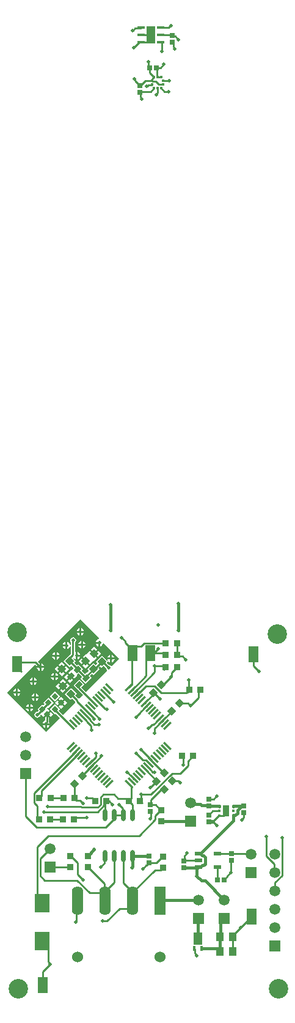
<source format=gbr>
%TF.GenerationSoftware,Altium Limited,Altium Designer,19.1.5 (86)*%
G04 Layer_Physical_Order=1*
G04 Layer_Color=255*
%FSLAX26Y26*%
%MOIN*%
%TF.FileFunction,Copper,L1,Top,Signal*%
%TF.Part,Single*%
G01*
G75*
%TA.AperFunction,SMDPad,CuDef*%
G04:AMPARAMS|DCode=10|XSize=35.433mil|YSize=33.465mil|CornerRadius=0mil|HoleSize=0mil|Usage=FLASHONLY|Rotation=45.000|XOffset=0mil|YOffset=0mil|HoleType=Round|Shape=Rectangle|*
%AMROTATEDRECTD10*
4,1,4,-0.000696,-0.024359,-0.024359,-0.000696,0.000696,0.024359,0.024359,0.000696,-0.000696,-0.024359,0.0*
%
%ADD10ROTATEDRECTD10*%

%ADD11P,0.038974X4X90.0*%
%ADD12P,0.035634X4X270.0*%
G04:AMPARAMS|DCode=13|XSize=35.433mil|YSize=33.465mil|CornerRadius=0mil|HoleSize=0mil|Usage=FLASHONLY|Rotation=135.000|XOffset=0mil|YOffset=0mil|HoleType=Round|Shape=Rectangle|*
%AMROTATEDRECTD13*
4,1,4,0.024359,-0.000696,0.000696,-0.024359,-0.024359,0.000696,-0.000696,0.024359,0.024359,-0.000696,0.0*
%
%ADD13ROTATEDRECTD13*%

G04:AMPARAMS|DCode=14|XSize=33.465mil|YSize=25.591mil|CornerRadius=0mil|HoleSize=0mil|Usage=FLASHONLY|Rotation=45.000|XOffset=0mil|YOffset=0mil|HoleType=Round|Shape=Rectangle|*
%AMROTATEDRECTD14*
4,1,4,-0.002784,-0.020879,-0.020879,-0.002784,0.002784,0.020879,0.020879,0.002784,-0.002784,-0.020879,0.0*
%
%ADD14ROTATEDRECTD14*%

%ADD15R,0.035433X0.033465*%
G04:AMPARAMS|DCode=16|XSize=11.811mil|YSize=55.118mil|CornerRadius=0mil|HoleSize=0mil|Usage=FLASHONLY|Rotation=225.000|XOffset=0mil|YOffset=0mil|HoleType=Round|Shape=Rectangle|*
%AMROTATEDRECTD16*
4,1,4,-0.015311,0.023663,0.023663,-0.015311,0.015311,-0.023663,-0.023663,0.015311,-0.015311,0.023663,0.0*
%
%ADD16ROTATEDRECTD16*%

G04:AMPARAMS|DCode=17|XSize=11.811mil|YSize=55.118mil|CornerRadius=0mil|HoleSize=0mil|Usage=FLASHONLY|Rotation=135.000|XOffset=0mil|YOffset=0mil|HoleType=Round|Shape=Rectangle|*
%AMROTATEDRECTD17*
4,1,4,0.023663,0.015311,-0.015311,-0.023663,-0.023663,-0.015311,0.015311,0.023663,0.023663,0.015311,0.0*
%
%ADD17ROTATEDRECTD17*%

%ADD18R,0.033465X0.035433*%
%ADD19R,0.025197X0.025197*%
%ADD20R,0.017716X0.011811*%
%ADD21R,0.035039X0.062992*%
%ADD22R,0.043307X0.023622*%
%ADD23O,0.025591X0.064961*%
%ADD24R,0.013780X0.014961*%
%ADD25R,0.050394X0.094488*%
%ADD26R,0.039370X0.015748*%
%ADD27R,0.055118X0.086614*%
%ADD28R,0.078740X0.098425*%
%ADD29R,0.015748X0.025591*%
%ADD30R,0.049213X0.070866*%
%ADD31O,0.062992X0.157480*%
%ADD32R,0.062992X0.157480*%
%ADD33R,0.025197X0.025197*%
%ADD34R,0.041339X0.051181*%
%TA.AperFunction,Conductor*%
%ADD35C,0.017000*%
%ADD36C,0.010000*%
%TA.AperFunction,ComponentPad*%
%ADD37R,0.059055X0.059055*%
%ADD38C,0.059055*%
%ADD39C,0.060000*%
%TA.AperFunction,ViaPad*%
%ADD40C,0.020000*%
%ADD41C,0.106299*%
G36*
X3766608Y3267110D02*
X3764962Y3261685D01*
X3760514Y3260800D01*
X3753898Y3256379D01*
X3749477Y3249764D01*
X3748920Y3246960D01*
X3768317D01*
Y3241960D01*
X3773317D01*
Y3222563D01*
X3776121Y3223120D01*
X3782736Y3227541D01*
X3787157Y3234157D01*
X3788042Y3238605D01*
X3793467Y3240251D01*
X3877335Y3156383D01*
X3836706Y3115754D01*
X3831730Y3116244D01*
X3831535Y3116535D01*
X3826243Y3120072D01*
X3820000Y3121314D01*
X3819623Y3121238D01*
X3808080Y3132781D01*
X3813717Y3138419D01*
X3814595Y3139178D01*
X3818822Y3140563D01*
X3823955Y3137134D01*
X3826758Y3136576D01*
Y3150973D01*
X3812361D01*
X3812919Y3148170D01*
X3813879Y3146732D01*
X3809996Y3143545D01*
X3782271Y3171269D01*
X3748731Y3137729D01*
X3756874Y3129585D01*
X3747915Y3120626D01*
X3737271Y3131269D01*
X3703731Y3097729D01*
X3711874Y3089585D01*
X3699719Y3077430D01*
X3697784Y3079364D01*
X3689640Y3071221D01*
X3670287Y3090575D01*
X3678430Y3098718D01*
X3651850Y3125298D01*
X3645281Y3118730D01*
X3631276Y3132736D01*
X3639419Y3140879D01*
X3624505Y3155793D01*
X3625045Y3156935D01*
X3630619Y3157537D01*
X3630813Y3157435D01*
X3637269Y3153120D01*
X3640073Y3152563D01*
Y3171960D01*
Y3191557D01*
X3635289Y3195032D01*
Y3242631D01*
X3636535Y3243465D01*
X3640072Y3248757D01*
X3641314Y3255000D01*
X3640072Y3261243D01*
X3636535Y3266535D01*
X3631243Y3270072D01*
X3625000Y3271314D01*
X3618757Y3270072D01*
X3613465Y3266535D01*
X3609928Y3261243D01*
X3608686Y3255000D01*
X3609928Y3248757D01*
X3612858Y3244373D01*
Y3230976D01*
X3607858Y3230484D01*
X3607006Y3234764D01*
X3602586Y3241379D01*
X3595970Y3245800D01*
X3593167Y3246357D01*
Y3226960D01*
Y3207563D01*
X3595970Y3208120D01*
X3602586Y3212541D01*
X3607006Y3219157D01*
X3607858Y3223436D01*
X3612858Y3222944D01*
Y3181703D01*
X3597948Y3166794D01*
X3597334Y3165874D01*
X3573731Y3142271D01*
X3607271Y3108731D01*
X3615415Y3116874D01*
X3629420Y3102869D01*
X3620631Y3094080D01*
X3614851Y3092789D01*
X3614267Y3093373D01*
X3598900Y3078006D01*
X3615019Y3061887D01*
X3631138Y3045769D01*
X3646505Y3061136D01*
X3645921Y3061719D01*
X3646282Y3066570D01*
X3647212Y3067500D01*
X3654425Y3074713D01*
X3673779Y3055360D01*
X3665636Y3047216D01*
X3692216Y3020636D01*
X3724364Y3052784D01*
X3715580Y3061568D01*
X3727736Y3073724D01*
X3735879Y3065581D01*
X3769419Y3099121D01*
X3763776Y3104764D01*
X3772736Y3113724D01*
X3780879Y3105581D01*
X3792219Y3116920D01*
X3803762Y3105377D01*
X3803686Y3105000D01*
X3804928Y3098757D01*
X3808465Y3093465D01*
X3808756Y3093270D01*
X3809246Y3088294D01*
X3694762Y2973810D01*
X3670076Y2998496D01*
X3686782Y3015201D01*
X3660201Y3041782D01*
X3628053Y3009634D01*
X3646089Y2991598D01*
X3646703Y2990679D01*
X3648416Y2988966D01*
X3649487Y2987363D01*
X3678901Y2957949D01*
X3658816Y2937864D01*
X3652371Y2938490D01*
X3635580Y2955281D01*
X3644419Y2964121D01*
X3612271Y2996269D01*
X3578731Y2962729D01*
X3610879Y2930581D01*
X3619719Y2939420D01*
X3635250Y2923889D01*
Y2922729D01*
X3635250Y2922729D01*
X3636104Y2918437D01*
X3637419Y2916468D01*
X3569487Y2848535D01*
X3545497Y2872525D01*
X3552972Y2880000D01*
X3525000Y2907972D01*
X3497028Y2880000D01*
X3525000Y2852028D01*
X3529636Y2856664D01*
X3553626Y2832674D01*
X3477335Y2756383D01*
X3264258Y2969460D01*
X3417528Y3122730D01*
X3425897Y3114362D01*
X3441758D01*
Y3130223D01*
X3433390Y3138592D01*
X3664258Y3369460D01*
X3766608Y3267110D01*
D02*
G37*
%LPC*%
G36*
X3668718Y3321357D02*
Y3306960D01*
X3683115D01*
X3682557Y3309764D01*
X3678137Y3316379D01*
X3671521Y3320800D01*
X3668718Y3321357D01*
D02*
G37*
G36*
X3658718D02*
X3655914Y3320800D01*
X3649299Y3316379D01*
X3644878Y3309764D01*
X3644321Y3306960D01*
X3658718D01*
Y3321357D01*
D02*
G37*
G36*
X3683115Y3296960D02*
X3668718D01*
Y3282563D01*
X3671521Y3283120D01*
X3678137Y3287541D01*
X3682557Y3294157D01*
X3683115Y3296960D01*
D02*
G37*
G36*
X3658718D02*
X3644321D01*
X3644878Y3294157D01*
X3649299Y3287541D01*
X3655914Y3283120D01*
X3658718Y3282563D01*
Y3296960D01*
D02*
G37*
G36*
X3677912Y3251357D02*
Y3236960D01*
X3692309D01*
X3691752Y3239764D01*
X3687331Y3246379D01*
X3680716Y3250800D01*
X3677912Y3251357D01*
D02*
G37*
G36*
X3667912D02*
X3665108Y3250800D01*
X3658493Y3246379D01*
X3654072Y3239764D01*
X3653515Y3236960D01*
X3667912D01*
Y3251357D01*
D02*
G37*
G36*
X3583167Y3246357D02*
X3580363Y3245800D01*
X3573747Y3241379D01*
X3569327Y3234764D01*
X3568769Y3231960D01*
X3583167D01*
Y3246357D01*
D02*
G37*
G36*
X3763317Y3236960D02*
X3748920D01*
X3749477Y3234157D01*
X3753898Y3227541D01*
X3760514Y3223120D01*
X3763317Y3222563D01*
Y3236960D01*
D02*
G37*
G36*
X3692309Y3226960D02*
X3677912D01*
Y3212563D01*
X3680716Y3213120D01*
X3687331Y3217541D01*
X3691752Y3224157D01*
X3692309Y3226960D01*
D02*
G37*
G36*
X3667912D02*
X3653515D01*
X3654072Y3224157D01*
X3658493Y3217541D01*
X3665108Y3213120D01*
X3667912Y3212563D01*
Y3226960D01*
D02*
G37*
G36*
X3583167Y3221960D02*
X3568769D01*
X3569327Y3219157D01*
X3573747Y3212541D01*
X3580363Y3208120D01*
X3583167Y3207563D01*
Y3221960D01*
D02*
G37*
G36*
X3739121Y3220076D02*
X3723058Y3204013D01*
X3738425Y3188646D01*
X3754488Y3204709D01*
X3739121Y3220076D01*
D02*
G37*
G36*
X3715987Y3196942D02*
X3700156Y3181112D01*
X3699924Y3180879D01*
X3696059Y3178138D01*
X3694121Y3180076D01*
X3678058Y3164013D01*
X3696961Y3145111D01*
X3715863Y3126208D01*
X3731693Y3142038D01*
X3731926Y3142271D01*
X3735790Y3145013D01*
X3737729Y3143074D01*
X3753792Y3159137D01*
X3734889Y3178040D01*
X3715987Y3196942D01*
D02*
G37*
G36*
X3650073Y3191357D02*
Y3176960D01*
X3664470D01*
X3663913Y3179764D01*
X3659492Y3186379D01*
X3652877Y3190800D01*
X3650073Y3191357D01*
D02*
G37*
G36*
X3535000Y3189397D02*
Y3175000D01*
X3549397D01*
X3548840Y3177804D01*
X3544419Y3184419D01*
X3537804Y3188840D01*
X3535000Y3189397D01*
D02*
G37*
G36*
X3525000D02*
X3522196Y3188840D01*
X3515581Y3184419D01*
X3511160Y3177804D01*
X3510603Y3175000D01*
X3525000D01*
Y3189397D01*
D02*
G37*
G36*
X3761559Y3197638D02*
X3745496Y3181575D01*
X3760863Y3166208D01*
X3776926Y3182271D01*
X3761559Y3197638D01*
D02*
G37*
G36*
X3836758Y3175371D02*
Y3160973D01*
X3851155D01*
X3850598Y3163777D01*
X3846177Y3170393D01*
X3839562Y3174813D01*
X3836758Y3175371D01*
D02*
G37*
G36*
X3826758D02*
X3823955Y3174813D01*
X3817339Y3170393D01*
X3812919Y3163777D01*
X3812361Y3160973D01*
X3826758D01*
Y3175371D01*
D02*
G37*
G36*
X3664470Y3166960D02*
X3650073D01*
Y3152563D01*
X3652877Y3153120D01*
X3659492Y3157541D01*
X3663913Y3164157D01*
X3664470Y3166960D01*
D02*
G37*
G36*
X3549397Y3165000D02*
X3535000D01*
Y3150603D01*
X3537804Y3151160D01*
X3544419Y3155581D01*
X3548840Y3162196D01*
X3549397Y3165000D01*
D02*
G37*
G36*
X3525000D02*
X3510603D01*
X3511160Y3162196D01*
X3515581Y3155581D01*
X3522196Y3151160D01*
X3525000Y3150603D01*
Y3165000D01*
D02*
G37*
G36*
X3851155Y3150973D02*
X3836758D01*
Y3136576D01*
X3839562Y3137134D01*
X3846177Y3141554D01*
X3850598Y3148170D01*
X3851155Y3150973D01*
D02*
G37*
G36*
X3670987Y3156942D02*
X3654924Y3140879D01*
X3670291Y3125512D01*
X3686354Y3141575D01*
X3670987Y3156942D01*
D02*
G37*
G36*
X3451758Y3128759D02*
Y3114362D01*
X3466155D01*
X3465598Y3117166D01*
X3461177Y3123781D01*
X3454562Y3128202D01*
X3451758Y3128759D01*
D02*
G37*
G36*
X3562729Y3136926D02*
X3547362Y3121559D01*
X3563425Y3105496D01*
X3578792Y3120863D01*
X3562729Y3136926D01*
D02*
G37*
G36*
X3693425Y3134504D02*
X3677362Y3118441D01*
X3692729Y3103074D01*
X3708792Y3119137D01*
X3693425Y3134504D01*
D02*
G37*
G36*
X3466155Y3104362D02*
X3451758D01*
Y3089965D01*
X3454562Y3090522D01*
X3461177Y3094943D01*
X3465598Y3101558D01*
X3466155Y3104362D01*
D02*
G37*
G36*
X3441758D02*
X3427361D01*
X3427919Y3101558D01*
X3432339Y3094943D01*
X3438955Y3090522D01*
X3441758Y3089965D01*
Y3104362D01*
D02*
G37*
G36*
X3540291Y3114488D02*
X3524924Y3099121D01*
X3540987Y3083058D01*
X3556354Y3098425D01*
X3540291Y3114488D01*
D02*
G37*
G36*
X3585863Y3113792D02*
X3570496Y3098425D01*
X3586559Y3082362D01*
X3601926Y3097729D01*
X3585863Y3113792D01*
D02*
G37*
G36*
X3528215Y3077182D02*
Y3062784D01*
X3542612D01*
X3542055Y3065588D01*
X3537634Y3072204D01*
X3531019Y3076624D01*
X3528215Y3077182D01*
D02*
G37*
G36*
X3518215D02*
X3515411Y3076624D01*
X3508796Y3072204D01*
X3504375Y3065588D01*
X3503818Y3062784D01*
X3518215D01*
Y3077182D01*
D02*
G37*
G36*
X3563425Y3091354D02*
X3548058Y3075987D01*
X3564121Y3059924D01*
X3579488Y3075291D01*
X3563425Y3091354D01*
D02*
G37*
G36*
X3591829Y3070935D02*
X3576462Y3055568D01*
X3589045Y3042985D01*
X3604412Y3058352D01*
X3591829Y3070935D01*
D02*
G37*
G36*
X3542612Y3052784D02*
X3528215D01*
Y3038387D01*
X3531019Y3038945D01*
X3537634Y3043365D01*
X3542055Y3049981D01*
X3542612Y3052784D01*
D02*
G37*
G36*
X3518215D02*
X3503818D01*
X3504375Y3049981D01*
X3508796Y3043365D01*
X3515411Y3038945D01*
X3518215Y3038387D01*
Y3052784D01*
D02*
G37*
G36*
X3411758Y3051357D02*
Y3036960D01*
X3426155D01*
X3425598Y3039764D01*
X3421177Y3046379D01*
X3414562Y3050800D01*
X3411758Y3051357D01*
D02*
G37*
G36*
X3401758D02*
X3398955Y3050800D01*
X3392339Y3046379D01*
X3387919Y3039764D01*
X3387361Y3036960D01*
X3401758D01*
Y3051357D01*
D02*
G37*
G36*
X3611483Y3051281D02*
X3596116Y3035914D01*
X3608700Y3023330D01*
X3624067Y3038698D01*
X3611483Y3051281D01*
D02*
G37*
G36*
X3569121Y3045076D02*
X3553058Y3029013D01*
X3568425Y3013646D01*
X3584488Y3029709D01*
X3569121Y3045076D01*
D02*
G37*
G36*
X3426155Y3026960D02*
X3411758D01*
Y3012563D01*
X3414562Y3013120D01*
X3421177Y3017541D01*
X3425598Y3024157D01*
X3426155Y3026960D01*
D02*
G37*
G36*
X3401758D02*
X3387361D01*
X3387919Y3024157D01*
X3392339Y3017541D01*
X3398955Y3013120D01*
X3401758Y3012563D01*
Y3026960D01*
D02*
G37*
G36*
X3591559Y3022638D02*
X3575496Y3006575D01*
X3590863Y2991208D01*
X3606926Y3007271D01*
X3591559Y3022638D01*
D02*
G37*
G36*
X3545987Y3021942D02*
X3529924Y3005879D01*
X3545291Y2990512D01*
X3561354Y3006575D01*
X3545987Y3021942D01*
D02*
G37*
G36*
X3321758Y2991357D02*
Y2976960D01*
X3336155D01*
X3335598Y2979764D01*
X3331177Y2986379D01*
X3324562Y2990800D01*
X3321758Y2991357D01*
D02*
G37*
G36*
X3311758D02*
X3308955Y2990800D01*
X3302339Y2986379D01*
X3297919Y2979764D01*
X3297361Y2976960D01*
X3311758D01*
Y2991357D01*
D02*
G37*
G36*
X3568425Y2999504D02*
X3552362Y2983441D01*
X3567729Y2968074D01*
X3583792Y2984137D01*
X3568425Y2999504D01*
D02*
G37*
G36*
X3336155Y2966960D02*
X3321758D01*
Y2952563D01*
X3324562Y2953120D01*
X3331177Y2957541D01*
X3335598Y2964157D01*
X3336155Y2966960D01*
D02*
G37*
G36*
X3311758D02*
X3297361D01*
X3297919Y2964157D01*
X3302339Y2957541D01*
X3308955Y2953120D01*
X3311758Y2952563D01*
Y2966960D01*
D02*
G37*
G36*
X3421723Y2964780D02*
Y2950383D01*
X3436120D01*
X3435562Y2953187D01*
X3431142Y2959802D01*
X3424526Y2964223D01*
X3421723Y2964780D01*
D02*
G37*
G36*
X3411723D02*
X3408919Y2964223D01*
X3402304Y2959802D01*
X3397883Y2953187D01*
X3397326Y2950383D01*
X3411723D01*
Y2964780D01*
D02*
G37*
G36*
X3436120Y2940383D02*
X3421723D01*
Y2925986D01*
X3424526Y2926544D01*
X3431142Y2930964D01*
X3435562Y2937580D01*
X3436120Y2940383D01*
D02*
G37*
G36*
X3411723D02*
X3397326D01*
X3397883Y2937580D01*
X3402304Y2930964D01*
X3408919Y2926544D01*
X3411723Y2925986D01*
Y2940383D01*
D02*
G37*
G36*
X3559798Y2948428D02*
X3546519Y2935149D01*
X3559798Y2921870D01*
X3573078Y2935149D01*
X3559798Y2948428D01*
D02*
G37*
G36*
X3525000Y2977570D02*
X3497028Y2949597D01*
X3525000Y2921625D01*
X3552972Y2949597D01*
X3525000Y2977570D01*
D02*
G37*
G36*
X3539448Y2928078D02*
X3526169Y2914799D01*
X3539448Y2901519D01*
X3552727Y2914799D01*
X3539448Y2928078D01*
D02*
G37*
G36*
X3580149Y2928078D02*
X3566869Y2914799D01*
X3580149Y2901519D01*
X3593428Y2914799D01*
X3580149Y2928078D01*
D02*
G37*
G36*
X3490201Y2942771D02*
X3462229Y2914799D01*
X3469281Y2907747D01*
X3461418Y2899884D01*
X3457194Y2904108D01*
X3430892Y2877806D01*
X3436418Y2872280D01*
X3430377Y2866238D01*
X3430000Y2866314D01*
X3423757Y2865072D01*
X3418465Y2861535D01*
X3414928Y2856243D01*
X3413686Y2850000D01*
X3414928Y2843757D01*
X3418465Y2838465D01*
X3423757Y2834928D01*
X3430000Y2833686D01*
X3436243Y2834928D01*
X3441535Y2838465D01*
X3445072Y2843757D01*
X3446314Y2850000D01*
X3451068Y2850225D01*
X3452987Y2850054D01*
X3463291Y2839750D01*
X3479270Y2855730D01*
X3495250Y2871709D01*
X3483734Y2883225D01*
X3483886Y2888706D01*
X3486547Y2890480D01*
X3490201Y2886826D01*
X3518174Y2914799D01*
X3490201Y2942771D01*
D02*
G37*
G36*
X3391758Y2906357D02*
Y2891960D01*
X3406155D01*
X3405598Y2894764D01*
X3401177Y2901379D01*
X3394562Y2905800D01*
X3391758Y2906357D01*
D02*
G37*
G36*
X3381758D02*
X3378955Y2905800D01*
X3372339Y2901379D01*
X3367919Y2894764D01*
X3367361Y2891960D01*
X3381758D01*
Y2906357D01*
D02*
G37*
G36*
X3559798Y2907728D02*
X3546519Y2894448D01*
X3559798Y2881169D01*
X3573078Y2894448D01*
X3559798Y2907728D01*
D02*
G37*
G36*
X3406155Y2881960D02*
X3391758D01*
Y2867563D01*
X3394562Y2868120D01*
X3401177Y2872541D01*
X3405598Y2879157D01*
X3406155Y2881960D01*
D02*
G37*
G36*
X3381758D02*
X3367361D01*
X3367919Y2879157D01*
X3372339Y2872541D01*
X3378955Y2868120D01*
X3381758Y2867563D01*
Y2881960D01*
D02*
G37*
G36*
X3502321Y2864638D02*
X3489876Y2852194D01*
X3502321Y2839750D01*
X3514765Y2852194D01*
X3502321Y2864638D01*
D02*
G37*
G36*
X3482805Y2845123D02*
X3470362Y2832679D01*
X3471590Y2831451D01*
Y2818161D01*
X3469204Y2817686D01*
X3462589Y2813266D01*
X3458168Y2806650D01*
X3457611Y2803846D01*
X3496405D01*
X3495848Y2806650D01*
X3494021Y2809383D01*
Y2831451D01*
X3495249Y2832679D01*
X3482805Y2845123D01*
D02*
G37*
G36*
X3496405Y2793846D02*
X3482008D01*
Y2779449D01*
X3484812Y2780007D01*
X3491427Y2784427D01*
X3495848Y2791043D01*
X3496405Y2793846D01*
D02*
G37*
G36*
X3472008D02*
X3457611D01*
X3458168Y2791043D01*
X3462589Y2784427D01*
X3469204Y2780007D01*
X3472008Y2779449D01*
Y2793846D01*
D02*
G37*
%LPD*%
D10*
X3738425Y3181575D02*
D03*
X3781575Y3138425D02*
D03*
X3693425Y3141575D02*
D03*
X3736575Y3098425D02*
D03*
X3568425Y3006575D02*
D03*
X3611575Y2963425D02*
D03*
X4123150Y2441850D02*
D03*
X4080000Y2485000D02*
D03*
X4123425Y2531575D02*
D03*
X4166575Y2488425D02*
D03*
D11*
X3490201Y2914799D02*
D03*
X3525000Y2949597D02*
D03*
Y2880000D02*
D03*
X3559798Y2914799D02*
D03*
D12*
X3482806Y2852194D02*
D03*
X3457194Y2877806D02*
D03*
D13*
X3563425Y3098425D02*
D03*
X3606575Y3141575D02*
D03*
X4163425Y2868425D02*
D03*
X4206575Y2911575D02*
D03*
X4063425Y2968425D02*
D03*
X4106575Y3011575D02*
D03*
X3676575Y2516575D02*
D03*
X3633425Y2473425D02*
D03*
D14*
X3695000Y3050000D02*
D03*
X3657418Y3012418D02*
D03*
X3649066Y3095934D02*
D03*
X3611483Y3058352D02*
D03*
D15*
X4105000Y2330512D02*
D03*
Y2269488D02*
D03*
X4115000Y2014488D02*
D03*
Y2075512D02*
D03*
X3705000Y2080000D02*
D03*
Y2018976D02*
D03*
X3610000Y2080512D02*
D03*
Y2019488D02*
D03*
D16*
X3930879Y2471282D02*
D03*
X3944799Y2485202D02*
D03*
X3958718Y2499121D02*
D03*
X3972637Y2513040D02*
D03*
X3986557Y2526960D02*
D03*
X4000476Y2540879D02*
D03*
X4014396Y2554799D02*
D03*
X4028315Y2568718D02*
D03*
X4042235Y2582638D02*
D03*
X4056154Y2596557D02*
D03*
X4070073Y2610476D02*
D03*
X4083993Y2624396D02*
D03*
X4097912Y2638315D02*
D03*
X4111832Y2652235D02*
D03*
X4125751Y2666154D02*
D03*
X4139671Y2680073D02*
D03*
X3822308Y2997436D02*
D03*
X3808388Y2983517D02*
D03*
X3794469Y2969598D02*
D03*
X3780549Y2955678D02*
D03*
X3766630Y2941759D02*
D03*
X3752711Y2927839D02*
D03*
X3738791Y2913920D02*
D03*
X3724872Y2900000D02*
D03*
X3710952Y2886081D02*
D03*
X3697033Y2872162D02*
D03*
X3683113Y2858242D02*
D03*
X3669194Y2844323D02*
D03*
X3655275Y2830403D02*
D03*
X3641355Y2816484D02*
D03*
X3627436Y2802564D02*
D03*
X3613516Y2788645D02*
D03*
D17*
X4139671D02*
D03*
X4125751Y2802564D02*
D03*
X4111832Y2816484D02*
D03*
X4097912Y2830403D02*
D03*
X4083993Y2844323D02*
D03*
X4070073Y2858242D02*
D03*
X4056154Y2872162D02*
D03*
X4042235Y2886081D02*
D03*
X4028315Y2900000D02*
D03*
X4014396Y2913920D02*
D03*
X4000476Y2927839D02*
D03*
X3986557Y2941759D02*
D03*
X3972637Y2955678D02*
D03*
X3958718Y2969598D02*
D03*
X3944799Y2983517D02*
D03*
X3930879Y2997436D02*
D03*
X3613516Y2680073D02*
D03*
X3627436Y2666154D02*
D03*
X3641355Y2652235D02*
D03*
X3655275Y2638315D02*
D03*
X3669194Y2624396D02*
D03*
X3683113Y2610476D02*
D03*
X3697033Y2596557D02*
D03*
X3710952Y2582638D02*
D03*
X3724872Y2568718D02*
D03*
X3738791Y2554799D02*
D03*
X3752711Y2540879D02*
D03*
X3766630Y2526960D02*
D03*
X3780549Y2513040D02*
D03*
X3794469Y2499121D02*
D03*
X3808388Y2485202D02*
D03*
X3822308Y2471282D02*
D03*
D18*
X4320512Y2985000D02*
D03*
X4259488D02*
D03*
X4130000Y3110000D02*
D03*
X4191024D02*
D03*
X4280512Y2625000D02*
D03*
X4219488D02*
D03*
X3744488Y2380000D02*
D03*
X3805512D02*
D03*
X3990512D02*
D03*
X3929488D02*
D03*
X4191024Y3240000D02*
D03*
X4130000D02*
D03*
X4191024Y3175000D02*
D03*
X4130000D02*
D03*
X3501024Y2395000D02*
D03*
X3440000D02*
D03*
X3500512Y2280000D02*
D03*
X3439488D02*
D03*
X3632480Y2395000D02*
D03*
X3571457D02*
D03*
X3630000Y2280000D02*
D03*
X3568976D02*
D03*
D19*
X4165000Y6516890D02*
D03*
Y6553110D02*
D03*
X4365000Y2351890D02*
D03*
Y2388110D02*
D03*
Y2303110D02*
D03*
Y2266890D02*
D03*
X4555000Y2353110D02*
D03*
Y2316890D02*
D03*
X4490000Y2093110D02*
D03*
Y2056890D02*
D03*
X4230000Y2016890D02*
D03*
Y2053110D02*
D03*
X4040000Y2078110D02*
D03*
Y2041890D02*
D03*
X3990000Y6278110D02*
D03*
Y6241890D02*
D03*
X4045000Y2358110D02*
D03*
Y2321890D02*
D03*
D20*
X4421614Y2350591D02*
D03*
Y2325000D02*
D03*
Y2299410D02*
D03*
X4498386Y2350591D02*
D03*
Y2325000D02*
D03*
Y2299410D02*
D03*
D21*
X4460000Y2325000D02*
D03*
D22*
X4308819Y2092402D02*
D03*
Y2055000D02*
D03*
Y2017599D02*
D03*
X4411181D02*
D03*
Y2092402D02*
D03*
D23*
X3800000Y2078780D02*
D03*
X3850000D02*
D03*
X3900000D02*
D03*
X3950000D02*
D03*
X3800000Y2301220D02*
D03*
X3850000D02*
D03*
X3900000D02*
D03*
X3950000D02*
D03*
D24*
X4055000Y6305000D02*
D03*
Y6285315D02*
D03*
X4065433Y6265039D02*
D03*
X4085118D02*
D03*
X4104803D02*
D03*
X4115236Y6285315D02*
D03*
Y6305000D02*
D03*
X4104803Y6325276D02*
D03*
X4085118D02*
D03*
X4065433D02*
D03*
D25*
X4050000Y6555000D02*
D03*
D26*
X4102756Y6515630D02*
D03*
Y6555000D02*
D03*
Y6594370D02*
D03*
X3997244Y6515630D02*
D03*
Y6555000D02*
D03*
Y6594370D02*
D03*
D27*
X3950000Y3185000D02*
D03*
X4045000D02*
D03*
X4610000Y3180000D02*
D03*
X3320000Y3124252D02*
D03*
X4600000Y1750000D02*
D03*
X3460000Y1375000D02*
D03*
D28*
X3455000Y1615000D02*
D03*
Y1823661D02*
D03*
D29*
X4285315Y1574567D02*
D03*
X4324685D02*
D03*
D30*
X4305000Y1629685D02*
D03*
D31*
X3650787Y1835118D02*
D03*
X3800787D02*
D03*
X3950787D02*
D03*
D32*
X4100787D02*
D03*
D33*
X4411890Y1950000D02*
D03*
X4448110D02*
D03*
X4041890Y6375000D02*
D03*
X4078110D02*
D03*
D34*
X4494449Y1560000D02*
D03*
X4425551D02*
D03*
X4494449Y1640000D02*
D03*
X4425551D02*
D03*
D35*
X4365650Y2351240D02*
X4421256D01*
X4421614Y2350591D02*
Y2350882D01*
X4421256Y2351240D02*
X4421614Y2350882D01*
X4365000Y2351890D02*
X4365650Y2351240D01*
X4326901Y2354733D02*
X4362156D01*
X4365000Y2351890D01*
X4308819Y2092402D02*
X4318662D01*
X4329752Y2081311D01*
X4336479D01*
X4344972Y2072817D01*
Y2037183D02*
Y2072817D01*
X4336479Y2028689D02*
X4344972Y2037183D01*
X4329752Y2028689D02*
X4336479D01*
X4318662Y2017599D02*
X4329752Y2028689D01*
X4308819Y2017599D02*
X4318662D01*
X4553740Y2351851D02*
X4555000Y2353110D01*
X4550901Y2349012D02*
X4553740Y2351851D01*
X4541419Y2349012D02*
X4550901D01*
X4521744Y2329337D02*
X4541419Y2349012D01*
X4521744Y2313088D02*
Y2329337D01*
X4510660Y2302004D02*
X4521744Y2313088D01*
X4498744Y2302004D02*
X4510660D01*
X4498386Y2301646D02*
X4498744Y2302004D01*
X4498386Y2299410D02*
Y2301646D01*
X4498744Y2351851D02*
X4553740D01*
X4498386Y2351492D02*
X4498744Y2351851D01*
X4498386Y2350591D02*
Y2351492D01*
X4498028Y2299051D02*
X4498386Y2299410D01*
X4498028Y2271768D02*
Y2299051D01*
X4318662Y2092402D02*
X4498028Y2271768D01*
X4230354Y2017244D02*
X4303531D01*
X4300000Y1970000D02*
X4300574Y1970574D01*
Y2014287D01*
X4303531Y2017244D01*
X4306457D01*
X4230000Y2016890D02*
X4230354Y2017244D01*
X4325102Y1944898D02*
X4345102D01*
X4450000Y1840000D01*
X4300000Y1970000D02*
X4325102Y1944898D01*
X4319682Y2361953D02*
X4326901Y2354733D01*
X4273047Y2361953D02*
X4319682D01*
X4265000Y2370000D02*
X4273047Y2361953D01*
X4264488Y2269488D02*
X4265000Y2270000D01*
X4105000Y2269488D02*
X4264488D01*
X3945000Y2015000D02*
Y2015812D01*
X3949988Y2020799D01*
Y2078767D01*
X3950000Y2078780D01*
X4039665Y2078445D02*
X4040000Y2078110D01*
X3950335Y2078445D02*
X4039665D01*
X3950000Y2078780D02*
X3950335Y2078445D01*
X3705000Y2080000D02*
X3740000Y2115000D01*
X4200000Y3310000D02*
Y3455000D01*
X3830000Y3449188D02*
X3830312Y3449501D01*
X3830000Y3310000D02*
Y3449188D01*
X4428972Y1718972D02*
X4450000Y1740000D01*
X4428972Y1643421D02*
Y1718972D01*
X4425551Y1640000D02*
X4428972Y1643421D01*
X4425551Y1562398D02*
Y1640000D01*
Y1560000D02*
Y1562398D01*
X4324685Y1574567D02*
X4413382D01*
X4425551Y1562398D01*
X4305000Y1629685D02*
Y1735000D01*
X4310000Y1740000D01*
X4105669Y1840000D02*
X4310000D01*
X4100787Y1835118D02*
X4105669Y1840000D01*
D36*
X3808087Y2881913D02*
X3810000Y2880000D01*
X3798636Y2881913D02*
X3808087D01*
X3752711Y2927839D02*
X3798636Y2881913D01*
X3525000Y2877161D02*
Y2880000D01*
Y2877161D02*
X3613516Y2788645D01*
X3748087Y2638087D02*
X3750000Y2640000D01*
X3748087Y2619772D02*
Y2638087D01*
X3710952Y2582638D02*
X3748087Y2619772D01*
X3465000Y2320000D02*
X3757627D01*
X3934744Y2373760D02*
Y2385256D01*
X3688698Y2344000D02*
X3689698Y2345000D01*
X3671302Y2344000D02*
X3688698D01*
X3665302Y2350000D02*
X3671302Y2344000D01*
X3485000Y2350000D02*
X3665302D01*
X3757627Y2320000D02*
X3793780Y2356152D01*
X3365000Y2295000D02*
Y2530000D01*
Y2295000D02*
X3425000Y2235000D01*
X3803465D01*
X3850000Y2281535D01*
Y2301220D01*
X3920000Y2535000D02*
X3921558D01*
X3957437Y2499121D01*
X3958718D01*
X3807834Y2377678D02*
X3822322D01*
X3805512Y2380000D02*
X3807834Y2377678D01*
X3822322D02*
X3840000Y2360000D01*
X3934744Y2385256D02*
X3941220Y2391732D01*
X3929488Y2380000D02*
X3934744Y2385256D01*
X3930879Y2471282D02*
X3946191Y2455971D01*
Y2454690D02*
Y2455971D01*
X3941220Y2449720D02*
X3946191Y2454690D01*
X3941220Y2391732D02*
Y2449720D01*
X3800000Y2374488D02*
X3805512Y2380000D01*
X3793780Y2368268D02*
X3800000Y2374488D01*
X3793780Y2356152D02*
Y2368268D01*
X3689698Y2345000D02*
X3760000D01*
X3775253Y2360253D01*
Y2399747D01*
X3790507Y2415000D01*
X3847736D01*
X3870020Y2392717D01*
X3917756D01*
X3929488Y2380984D01*
Y2380000D02*
Y2380984D01*
X3700000Y2395000D02*
X3729488D01*
X3731772Y2392717D01*
X3732756D01*
X3744488Y2380984D01*
Y2380000D02*
Y2380984D01*
X4068087Y2536913D02*
X4070000Y2535000D01*
X4060120Y2536913D02*
X4068087D01*
X4028315Y2568718D02*
X4060120Y2536913D01*
X4078150Y2485000D02*
X4080000D01*
X4075302D02*
X4078150D01*
X4014396Y2554799D02*
X4080000Y2489194D01*
Y2485000D02*
Y2489194D01*
X4050000Y2415000D02*
X4165000Y2530000D01*
X3995000Y2415000D02*
X4050000D01*
X3995000Y2384488D02*
Y2415000D01*
X3990512Y2380000D02*
X3995000Y2384488D01*
X4165000Y2530000D02*
X4209698D01*
X4251239Y2571541D01*
Y2594743D01*
X4280512Y2624016D01*
Y2625000D01*
X4050417Y2385709D02*
X4106558Y2441850D01*
X4050417Y2363528D02*
Y2385709D01*
X4045000Y2358110D02*
X4050417Y2363528D01*
X4045000Y2358110D02*
X4049662D01*
X4076417D01*
X4116136Y2531575D02*
X4123425D01*
X4116136D02*
Y2536575D01*
X4056154Y2596557D02*
X4116136Y2536575D01*
X4123425Y2531575D02*
X4124121Y2532271D01*
X4046575Y2453425D02*
X4078150Y2485000D01*
X4106558Y2441850D02*
X4123150D01*
X4207294Y2480000D02*
X4210000D01*
X4198173Y2489121D02*
X4207294Y2480000D01*
X4167271Y2489121D02*
X4198173D01*
X3990512Y2380000D02*
X4002244Y2368268D01*
X3744488Y2380000D02*
X3756220Y2368268D01*
X3715886Y1877362D02*
X3776308D01*
X3796102Y1857568D01*
X3647248Y1946000D02*
X3715886Y1877362D01*
X3490000Y2190000D02*
X3984698D01*
X4073845Y2279146D01*
Y2300341D01*
X4104016Y2330512D01*
X4105000D01*
X3429000Y2129000D02*
X3490000Y2190000D01*
X3429000Y1849661D02*
Y2129000D01*
Y1849661D02*
X3455000Y1823661D01*
X3445000Y2065000D02*
X3500000Y2120000D01*
X4055605Y2795605D02*
X4063114D01*
X4035000Y2775000D02*
X4055605Y2795605D01*
X3320000Y3124252D02*
X3332441Y3136693D01*
X3419427D01*
X3724872Y2568718D02*
Y2569872D01*
X3780000Y2625000D01*
X3676575Y2516575D02*
Y2520421D01*
X3724872Y2568718D01*
X3412268Y2423147D02*
X3641355Y2652235D01*
Y2652235D01*
X3451732Y2434773D02*
X3655275Y2638315D01*
Y2638315D01*
X3970000Y2640000D02*
X4006619Y2603381D01*
X4020210D01*
X4040954Y2582638D01*
X4042235D01*
X3995000Y2658855D02*
Y2660000D01*
Y2658855D02*
X4056154Y2597701D01*
Y2596557D02*
Y2597701D01*
X4070000Y2750000D02*
X4070348Y2750348D01*
Y2775000D01*
X4111832Y2816484D01*
X3958718Y2969598D02*
X4070000Y3080880D01*
Y3115000D01*
X3972638Y2955678D02*
X4021959Y3005000D01*
X3972637Y2955678D02*
X3972638D01*
X3944799Y2983517D02*
X4022441Y3061159D01*
X3944799Y2983517D02*
X3944799D01*
X3930879Y2997436D02*
X3946191Y3012748D01*
Y3181191D01*
X3950000Y3185000D01*
X4014396Y2913920D02*
X4063425Y2962949D01*
Y2968425D01*
X3993517Y2863921D02*
Y2865202D01*
X4028315Y2900000D01*
X4063114Y2795605D02*
X4097912Y2830403D01*
X4111832Y2816484D02*
X4163425Y2868077D01*
Y2868425D01*
X3794469Y2969598D02*
X3795402D01*
X3845000Y2920000D01*
X3741046Y2854971D02*
Y2855987D01*
X3710952Y2886081D02*
X3741046Y2855987D01*
X3699288Y2812948D02*
Y2814229D01*
Y2812948D02*
X3723087Y2789149D01*
X3669194Y2844323D02*
X3699288Y2814229D01*
X3713207Y2828148D02*
Y2828148D01*
Y2828148D02*
X3717912Y2823443D01*
X3683113Y2858242D02*
X3713207Y2828148D01*
X3740421Y2825421D02*
Y2827493D01*
X3697033Y2870881D02*
X3740421Y2827493D01*
X3697033Y2870881D02*
Y2872162D01*
X3717912Y2818232D02*
Y2823443D01*
Y2818232D02*
X3740000Y2796144D01*
X3763856D01*
X3765000Y2795000D01*
X3741046Y2854971D02*
X3770000Y2826017D01*
Y2825000D02*
Y2826017D01*
X3611575Y2963425D02*
X3646465Y2928535D01*
Y2922729D02*
Y2928535D01*
X3657418Y2995293D02*
X3738791Y2913920D01*
X3657418Y2995293D02*
Y2995825D01*
X3654634Y2998609D02*
X3657418Y2995825D01*
X3654634Y2998609D02*
Y3009634D01*
X3657418Y3012418D01*
X3419427Y3136693D02*
X3446758Y3109362D01*
X3624073Y3254073D02*
X3625000Y3255000D01*
X3624073Y3177057D02*
Y3254073D01*
X3605879Y3158863D02*
X3624073Y3177057D01*
X3605879Y3142271D02*
Y3158863D01*
Y3142271D02*
X3606575Y3141575D01*
X3649066Y3095934D02*
X3695000Y3050000D01*
X3649066Y3095934D02*
X3649066D01*
X3606575Y3141575D02*
X3646575Y3101575D01*
Y3098425D02*
Y3101575D01*
X3786575Y3138425D02*
X3820000Y3105000D01*
X3781575Y3138425D02*
X3786575D01*
X3741575Y3098425D02*
X3781575Y3138425D01*
X3736575Y3098425D02*
X3741575D01*
X3695000Y3050000D02*
Y3056850D01*
X3736575Y3098425D01*
X3646465Y2922729D02*
X3697033Y2872162D01*
X3490201Y2912806D02*
Y2914799D01*
X3457194Y2879798D02*
X3490201Y2912806D01*
X3457194Y2877806D02*
Y2879798D01*
X3430000Y2850000D02*
X3457194Y2877194D01*
Y2877806D01*
X3477008Y2798846D02*
Y2801552D01*
X3482806Y2807350D01*
Y2852194D01*
X4166575Y2488425D02*
X4167271Y2489121D01*
X3810000Y1725000D02*
X3877874Y1792874D01*
X3641913Y1721913D02*
Y1826244D01*
X3926308Y1792874D02*
X3950787Y1817353D01*
X3641913Y1826244D02*
X3650787Y1835118D01*
X3950787Y1817353D02*
Y1835118D01*
X3796102Y1857568D02*
Y1885787D01*
X3950787Y1835118D02*
Y1882362D01*
X3877874Y1792874D02*
X3926308D01*
X3785000Y1725000D02*
X3810000D01*
X3640000Y1720000D02*
X3641913Y1721913D01*
X3796102Y1857568D02*
X3800787Y1852883D01*
Y1835118D02*
Y1852883D01*
X3796102Y1885787D02*
Y1928858D01*
X4255000Y2988504D02*
X4259488Y2984016D01*
X4072322Y3192322D02*
X4090000Y3210000D01*
X4255000Y2988504D02*
Y3040000D01*
X3632480Y2394410D02*
X3633425Y2395355D01*
X4143087Y6246913D02*
X4145000Y6245000D01*
X4122339Y6246913D02*
X4143087D01*
X4104803Y6264449D02*
X4122339Y6246913D01*
X4104803Y6264449D02*
Y6265039D01*
X4041890Y6375000D02*
X4043898Y6372992D01*
X4035000Y6381890D02*
X4041890Y6375000D01*
X4035000Y6381890D02*
Y6410000D01*
X4115236Y6305000D02*
X4150000D01*
X3960000Y6315000D02*
X3961913Y6313087D01*
Y6306197D02*
Y6313087D01*
Y6306197D02*
X3990000Y6278110D01*
X4080000Y6230000D02*
Y6232706D01*
X4085118Y6237824D01*
Y6265039D01*
X4110000Y6465000D02*
Y6512756D01*
X4107126Y6515630D02*
X4110000Y6512756D01*
X4102756Y6515630D02*
X4107126D01*
X4157294Y6605000D02*
X4160000D01*
X4146664Y6594370D02*
X4157294Y6605000D01*
X4102756Y6594370D02*
X4146664D01*
X3950000Y6580000D02*
X3952706D01*
X3964202Y6591496D01*
X3994370D01*
X3997244Y6594370D01*
X4170433Y6547678D02*
X4182322D01*
X4165000Y6553110D02*
X4170433Y6547678D01*
X4182322D02*
X4200000Y6530000D01*
X4070000Y3115000D02*
X4125000D01*
X4130000Y3110000D01*
X4048415Y2283415D02*
Y2318475D01*
X4046707Y2281707D02*
X4048415Y2283415D01*
X3934744Y2373760D02*
X3950000Y2358504D01*
Y2301220D02*
Y2358504D01*
X3800000Y2301220D02*
Y2374488D01*
X3971913Y2842318D02*
X3993517Y2863921D01*
X4020000Y2575000D02*
Y2576017D01*
X3723087Y2766913D02*
X3725000Y2765000D01*
X3971913Y2836913D02*
Y2842318D01*
X3723087Y2766913D02*
Y2789149D01*
X3970000Y2835000D02*
X3971913Y2836913D01*
X4163425Y2868425D02*
X4176575D01*
X4240472Y2294528D02*
X4265000Y2270000D01*
X4040000Y2078110D02*
X4045000Y2083110D01*
X4765000Y2180000D02*
X4765528Y2179472D01*
Y1973213D02*
Y2179472D01*
X4726842Y1934528D02*
X4765528Y1973213D01*
X4726842Y1891842D02*
Y1934528D01*
X4725000Y1890000D02*
X4726842Y1891842D01*
X4680000Y2077685D02*
Y2185000D01*
Y2077685D02*
X4723158Y2034528D01*
Y1991842D02*
Y2034528D01*
Y1991842D02*
X4725000Y1990000D01*
X4163425Y2868077D02*
X4164121Y2867381D01*
X4052322Y3192322D02*
X4072322D01*
X4045000Y3185000D02*
X4052322Y3192322D01*
X3996885Y3223307D02*
X4012885Y3239307D01*
X3950000Y3200748D02*
X3972559Y3223307D01*
X3996885D01*
X4012885Y3239307D02*
X4129307D01*
X3907678Y3243070D02*
Y3252322D01*
Y3243070D02*
X3950000Y3200748D01*
Y3185000D02*
Y3200748D01*
X3890000Y3270000D02*
X3907678Y3252322D01*
X4610000Y3115000D02*
X4640000Y3085000D01*
X4610000Y3115000D02*
Y3180000D01*
X4191024Y3175000D02*
Y3240000D01*
X4265000Y2900000D02*
X4308779Y2943780D01*
Y2973268D01*
X4320512Y2985000D01*
X4262294Y2900000D02*
X4265000D01*
X4251415Y2910879D02*
X4262294Y2900000D01*
X4207271Y2910879D02*
X4251415D01*
X4206575Y2911575D02*
X4207271Y2910879D01*
X4106575Y3011575D02*
X4116575D01*
X4160000Y3055000D01*
X4161913Y3056913D01*
Y3079905D01*
X4191024Y3109016D01*
Y3110000D01*
X4198346Y3167678D02*
X4222322D01*
X4191024Y3175000D02*
X4198346Y3167678D01*
X4222322D02*
X4240000Y3150000D01*
X4066575Y2968425D02*
X4100000Y2935000D01*
X4063425Y2968425D02*
X4066575D01*
X4105000Y2970000D02*
X4244488D01*
X4246772Y2972283D01*
X4247756D01*
X4259488Y2984016D01*
X4070000Y3005000D02*
X4105000Y2970000D01*
X4021959Y3005000D02*
X4070000D01*
X4130000Y3109016D02*
Y3110000D01*
X4118268Y3097283D02*
X4130000Y3109016D01*
X4129307Y3239307D02*
X4130000Y3240000D01*
X4120000Y3185000D02*
X4130000Y3175000D01*
X4045000Y3185000D02*
X4120000D01*
X4022441Y3162441D02*
X4045000Y3185000D01*
X4022441Y3061159D02*
Y3162441D01*
X3320000Y3108504D02*
X3342559Y3085945D01*
X3320000Y3108504D02*
Y3124252D01*
X3633425Y2395355D02*
Y2473425D01*
X3412268Y2367736D02*
Y2423147D01*
Y2367736D02*
X3427756Y2352248D01*
Y2291732D02*
Y2352248D01*
Y2291732D02*
X3439488Y2280000D01*
X3451732Y2406732D02*
Y2434773D01*
X3440000Y2395000D02*
X3451732Y2406732D01*
X3500512Y2280000D02*
X3568976D01*
X3501024Y2395000D02*
X3571457D01*
X3897017Y2304204D02*
Y2337983D01*
Y2304204D02*
X3900000Y2301220D01*
X3875000Y2360000D02*
X3897017Y2337983D01*
X3850000Y2301220D02*
X3900000D01*
X3644213Y2382678D02*
X3662322D01*
X3632480Y2394410D02*
X3644213Y2382678D01*
X3662322D02*
X3680000Y2365000D01*
X3640000Y2290000D02*
X3700000D01*
X3630000Y2280000D02*
X3640000Y2290000D01*
X4225000Y2575000D02*
Y2619488D01*
X4219488Y2625000D02*
X4225000Y2619488D01*
X4045000Y2321890D02*
X4048415Y2318475D01*
X4076417Y2358110D02*
X4104016Y2330512D01*
X4105000Y2269488D02*
X4105512Y2270000D01*
X4265000Y2370000D02*
X4278274D01*
X4407294Y2405000D02*
X4410000D01*
X4392599Y2390305D02*
X4407294Y2405000D01*
X4367194Y2390305D02*
X4392599D01*
X4365000Y2388110D02*
X4367194Y2390305D01*
X4369212Y2262678D02*
X4392322D01*
X4365000Y2266890D02*
X4369212Y2262678D01*
X4392322D02*
X4410000Y2245000D01*
X4386890Y2325000D02*
X4421614D01*
X4365000Y2303110D02*
X4386890Y2325000D01*
X4460000Y2311929D02*
Y2325000D01*
X4447480Y2299410D02*
X4460000Y2311929D01*
X4421614Y2299410D02*
X4447480D01*
X4365000Y2266890D02*
X4371457Y2273347D01*
X4392599D01*
X4418661Y2299410D01*
X4421614D01*
X4545000Y2275000D02*
Y2277706D01*
X4555000Y2287706D01*
Y2316890D01*
X4302008Y2099213D02*
X4308819Y2092402D01*
X4230945Y2054055D02*
X4233415Y2056525D01*
X4230000Y2053110D02*
X4230945Y2054055D01*
X4245000Y2092294D02*
Y2095000D01*
X4233415Y2080709D02*
X4245000Y2092294D01*
X4233415Y2056525D02*
Y2080709D01*
X4230945Y2054055D02*
X4307874D01*
X4308819Y2055000D01*
X4593445Y2091555D02*
X4595000Y2090000D01*
X4491555Y2091555D02*
X4593445D01*
X4490000Y2093110D02*
X4491555Y2091555D01*
X4489646Y2092756D02*
X4490000Y2093110D01*
X4411535Y2092756D02*
X4489646D01*
X4411181Y2092402D02*
X4411535Y2092756D01*
X4411890Y1950000D02*
Y2016890D01*
X4411181Y2017599D02*
X4411890Y2016890D01*
X4485000Y1990000D02*
X4486913Y1991913D01*
Y2053803D01*
X4490000Y2056890D01*
X4467322Y1969212D02*
Y1972322D01*
X4448110Y1950000D02*
X4467322Y1969212D01*
Y1972322D02*
X4485000Y1990000D01*
X3775000Y2020000D02*
X3797017Y2042017D01*
Y2075796D01*
X3800000Y2078780D01*
X4494449Y1560000D02*
Y1640000D01*
X4539528Y1690000D02*
X4540000D01*
X4494449Y1644921D02*
X4539528Y1690000D01*
X4494449Y1640000D02*
Y1644921D01*
X4540000Y1690000D02*
X4600000Y1750000D01*
X4300000Y1535000D02*
Y1537706D01*
X4288189Y1549517D02*
X4300000Y1537706D01*
X4288189Y1549517D02*
Y1571693D01*
X4285315Y1574567D02*
X4288189Y1571693D01*
X4305000Y1629685D02*
X4310000Y1634685D01*
X3445000Y1970858D02*
X3469858Y1946000D01*
X3647248D01*
X3445000Y1970858D02*
Y2065000D01*
X3500000Y2020000D02*
X3500512Y2019488D01*
X3610000D01*
X3650402Y1979598D02*
X3680000Y1950000D01*
X3650402Y1979598D02*
Y2041094D01*
X3610984Y2080512D02*
X3650402Y2041094D01*
X3610000Y2080512D02*
X3610984D01*
X3705000Y2080000D02*
X3705984D01*
X4040000Y2041890D02*
X4080394D01*
X4114016Y2075512D01*
X4115000D01*
X4022678Y2027678D02*
X4025788D01*
X4040000Y2041890D01*
X4005000Y2010000D02*
X4022678Y2027678D01*
X4103268Y2002756D02*
X4115000Y2014488D01*
X4071181Y2002756D02*
X4103268D01*
X3950787Y1882362D02*
X4071181Y2002756D01*
X3850000Y1935000D02*
Y2078780D01*
X3800787Y1885787D02*
X3850000Y1935000D01*
X3900000Y1933150D02*
Y2078780D01*
Y1933150D02*
X3950787Y1882362D01*
X3705000Y2018976D02*
X3705984D01*
X3796102Y1928858D01*
X3500000Y1490000D02*
Y1492706D01*
X3489370Y1503336D02*
X3500000Y1492706D01*
X3489370Y1503336D02*
Y1580630D01*
X3455000Y1615000D02*
X3489370Y1580630D01*
X3460000Y1450000D02*
X3500000Y1490000D01*
X3460000Y1375000D02*
Y1450000D01*
X3972678Y6502678D02*
Y6502875D01*
X3985433Y6515630D01*
X3997244D01*
X3955000Y6485000D02*
X3972678Y6502678D01*
X4050000Y6535827D02*
Y6555000D01*
X4029803Y6515630D02*
X4050000Y6535827D01*
X3997244Y6515630D02*
X4029803D01*
X3997244Y6555000D02*
X4050000D01*
X4180000Y6480000D02*
Y6482706D01*
X4172599Y6490108D02*
X4180000Y6482706D01*
X4172599Y6490108D02*
Y6509291D01*
X4165000Y6516890D02*
X4172599Y6509291D01*
X4164055Y6554055D02*
X4165000Y6553110D01*
X4103701Y6554055D02*
X4164055D01*
X4102756Y6555000D02*
X4103701Y6554055D01*
X4000000Y6205000D02*
Y6207706D01*
X3993415Y6214291D02*
X4000000Y6207706D01*
X3993415Y6214291D02*
Y6238475D01*
X3990000Y6241890D02*
X3993415Y6238475D01*
X3997106Y6247106D02*
X4048091D01*
X4025000Y6275000D02*
X4027706D01*
X4035541Y6282835D01*
X4053110D01*
X4055000Y6284725D01*
Y6285315D01*
X4048091Y6247106D02*
X4065433Y6264449D01*
Y6265039D01*
X4080432Y6377322D02*
X4102322D01*
X4078110Y6375000D02*
X4080432Y6377322D01*
X4102322D02*
X4120000Y6395000D01*
X4055000Y6305000D02*
X4056890Y6306890D01*
Y6316142D01*
X4065433Y6324685D01*
Y6325276D01*
X4055000Y6305000D02*
X4056205Y6303795D01*
X4076071D01*
X4093346Y6286520D01*
X4114032D01*
X4115236Y6285315D01*
X3995000Y6245000D02*
X3997106Y6247106D01*
X3995000Y6281221D02*
X4018780Y6305000D01*
X4055000D01*
X4078110Y6375000D02*
X4083323Y6369787D01*
Y6327071D02*
Y6369787D01*
Y6327071D02*
X4085118Y6325276D01*
X4104803D01*
X4043898Y6347401D02*
Y6372992D01*
Y6347401D02*
X4065433Y6325866D01*
Y6325276D02*
Y6325866D01*
D37*
X4265000Y2270000D02*
D03*
X4595000Y1990000D02*
D03*
X4450000Y1740000D02*
D03*
X4310000D02*
D03*
X3365000Y2530000D02*
D03*
X3500000Y2020000D02*
D03*
X4725000Y1590000D02*
D03*
D38*
X4265000Y2370000D02*
D03*
X4595000Y2090000D02*
D03*
X4450000Y1840000D02*
D03*
X4310000D02*
D03*
X3365000Y2630000D02*
D03*
Y2730000D02*
D03*
X3500000Y2120000D02*
D03*
X4725000Y1690000D02*
D03*
Y1790000D02*
D03*
Y1890000D02*
D03*
Y1990000D02*
D03*
Y2090000D02*
D03*
D39*
X3650000Y1530000D02*
D03*
X4100787D02*
D03*
D40*
X3810000Y2880000D02*
D03*
X3750000Y2640000D02*
D03*
X3465000Y2320000D02*
D03*
X3485000Y2350000D02*
D03*
X3920000Y2535000D02*
D03*
X3840000Y2360000D02*
D03*
X3700000Y2395000D02*
D03*
X4070000Y2535000D02*
D03*
X3995000Y2415000D02*
D03*
X4046575Y2453425D02*
D03*
X4210000Y2480000D02*
D03*
X3945000Y2015000D02*
D03*
X3740000Y2115000D02*
D03*
X4035000Y2775000D02*
D03*
X4200000Y3455000D02*
D03*
Y3310000D02*
D03*
X3830312Y3449501D02*
D03*
X3780000Y2625000D02*
D03*
X3970000Y2640000D02*
D03*
X3995000Y2660000D02*
D03*
X4070000Y2750000D02*
D03*
X3845000Y2920000D02*
D03*
X3740421Y2825421D02*
D03*
X3625000Y3255000D02*
D03*
X3820000Y3105000D02*
D03*
X3430000Y2850000D02*
D03*
X3785000Y1725000D02*
D03*
X3640000Y1720000D02*
D03*
X4090000Y3340000D02*
D03*
Y3210000D02*
D03*
X4255000Y3040000D02*
D03*
X4145000Y6245000D02*
D03*
X4035000Y6410000D02*
D03*
X4150000Y6305000D02*
D03*
X3960000Y6315000D02*
D03*
X4080000Y6230000D02*
D03*
X4110000Y6465000D02*
D03*
X4160000Y6605000D02*
D03*
X3950000Y6580000D02*
D03*
X4200000Y6530000D02*
D03*
X4070000Y3115000D02*
D03*
X4046707Y2281707D02*
D03*
X3725000Y2765000D02*
D03*
X3765000Y2795000D02*
D03*
X3770000Y2825000D02*
D03*
X3970000Y2835000D02*
D03*
X4765000Y2180000D02*
D03*
X4680000Y2185000D02*
D03*
X3830000Y3310000D02*
D03*
X3890000Y3270000D02*
D03*
X4640000Y3085000D02*
D03*
X4265000Y2900000D02*
D03*
X4160000Y3055000D02*
D03*
X4240000Y3150000D02*
D03*
X4100000Y2935000D02*
D03*
X3875000Y2360000D02*
D03*
X3680000Y2365000D02*
D03*
X3700000Y2290000D02*
D03*
X4225000Y2575000D02*
D03*
X4410000Y2405000D02*
D03*
Y2245000D02*
D03*
X4545000Y2275000D02*
D03*
X4300000Y1970000D02*
D03*
X4245000Y2095000D02*
D03*
X4485000Y1990000D02*
D03*
X3775000Y2020000D02*
D03*
X4540000Y1690000D02*
D03*
X4300000Y1535000D02*
D03*
X3680000Y1950000D02*
D03*
X4005000Y2010000D02*
D03*
X3500000Y1490000D02*
D03*
X3955000Y6485000D02*
D03*
X4180000Y6480000D02*
D03*
X4000000Y6205000D02*
D03*
X4025000Y6275000D02*
D03*
X4120000Y6395000D02*
D03*
X3831758Y3155973D02*
D03*
X3663718Y3301960D02*
D03*
X3768317Y3241960D02*
D03*
X3672912Y3231960D02*
D03*
X3645073Y3171960D02*
D03*
X3588167Y3226960D02*
D03*
X3530000Y3170000D02*
D03*
X3477008Y2798846D02*
D03*
X3386758Y2886960D02*
D03*
X3523215Y3057784D02*
D03*
X3446758Y3109362D02*
D03*
X3406758Y3031960D02*
D03*
X3416723Y2945383D02*
D03*
X3316758Y2971960D02*
D03*
D41*
X4740000Y3290000D02*
D03*
X3325000Y1355000D02*
D03*
X4745000D02*
D03*
X3320000Y3300000D02*
D03*
%TF.MD5,05e83ade86d02437ce671f76cdd73cb6*%
M02*

</source>
